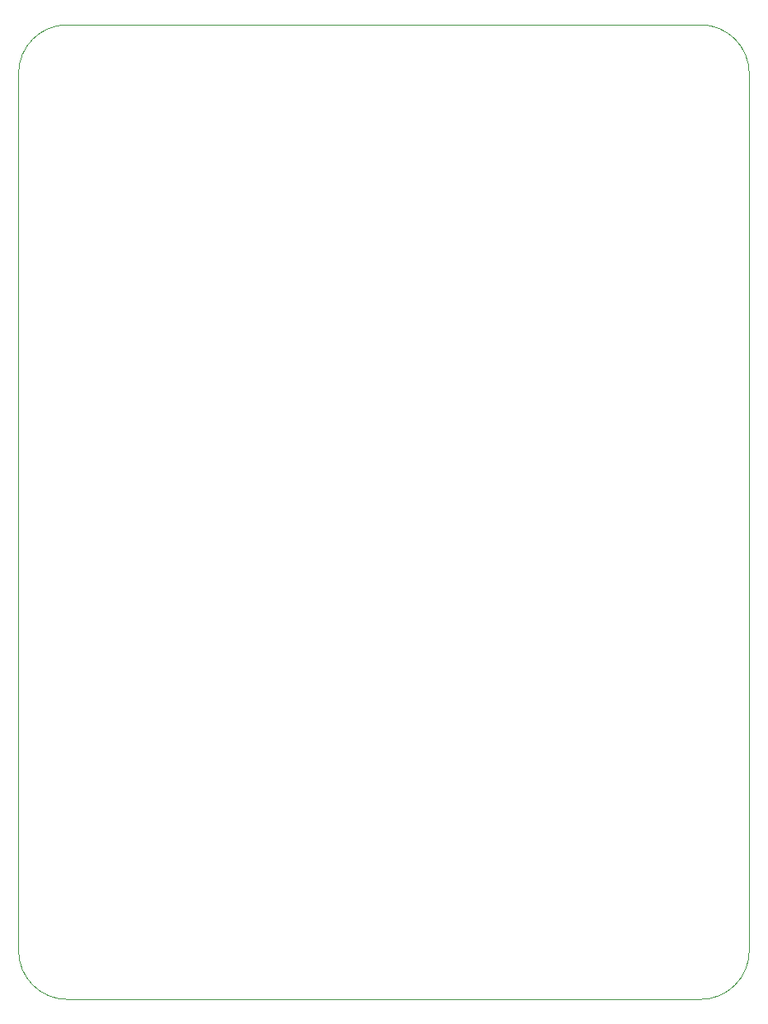
<source format=gbr>
%TF.GenerationSoftware,KiCad,Pcbnew,(5.1.8)-1*%
%TF.CreationDate,2021-02-22T22:57:58+01:00*%
%TF.ProjectId,DP83848C-EvalBoard,44503833-3834-4384-932d-4576616c426f,rev?*%
%TF.SameCoordinates,Original*%
%TF.FileFunction,Profile,NP*%
%FSLAX46Y46*%
G04 Gerber Fmt 4.6, Leading zero omitted, Abs format (unit mm)*
G04 Created by KiCad (PCBNEW (5.1.8)-1) date 2021-02-22 22:57:58*
%MOMM*%
%LPD*%
G01*
G04 APERTURE LIST*
%TA.AperFunction,Profile*%
%ADD10C,0.050000*%
%TD*%
G04 APERTURE END LIST*
D10*
X45000000Y-157000000D02*
G75*
G02*
X40000000Y-152000000I0J5000000D01*
G01*
X115000000Y-152000000D02*
G75*
G02*
X110000000Y-157000000I-5000000J0D01*
G01*
X110000000Y-57000000D02*
G75*
G02*
X115000000Y-62000000I0J-5000000D01*
G01*
X40000000Y-62000000D02*
G75*
G02*
X45000000Y-57000000I5000000J0D01*
G01*
X45000000Y-157000000D02*
X110000000Y-157000000D01*
X40000000Y-62000000D02*
X40000000Y-152000000D01*
X110000000Y-57000000D02*
X45000000Y-57000000D01*
X115000000Y-152000000D02*
X115000000Y-62000000D01*
M02*

</source>
